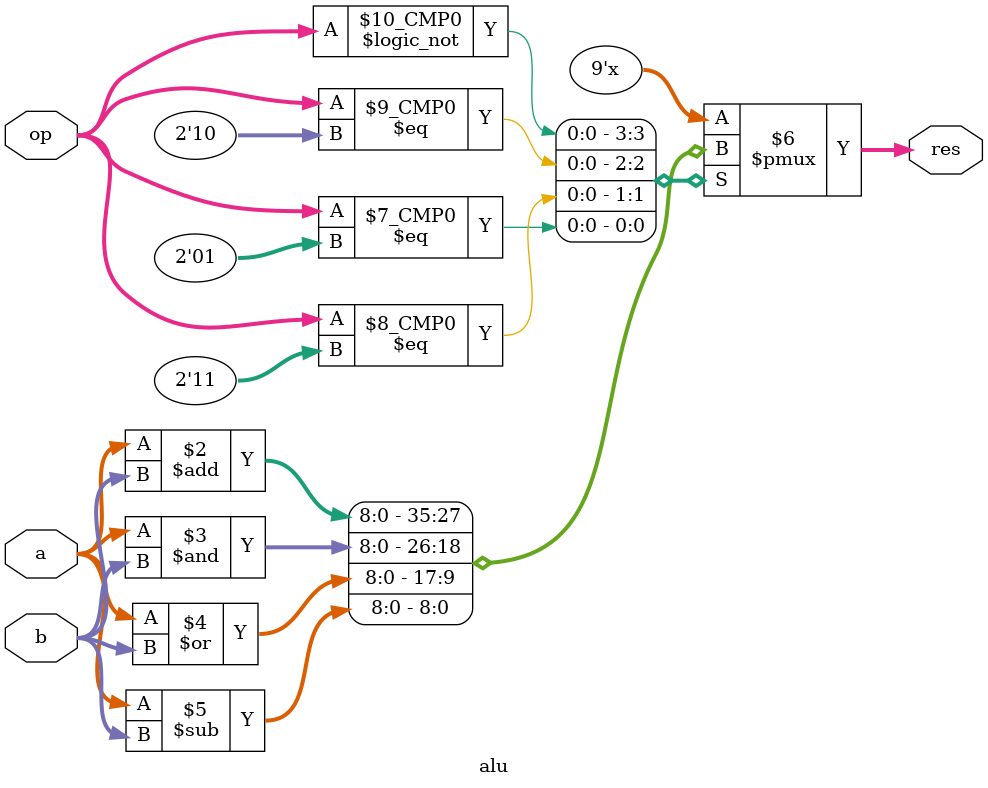
<source format=sv>
`timescale 1ns / 1ps


module alu #(parameter largo = 8) (
	input logic [largo-1:0]a,
	input logic [largo-1:0]b,
	input logic [1:0]op,
	output logic [largo:0]res
    );
    always_comb
    begin
    	case(op)
    		2'b00: begin
    			res = (a + b); //suma
    			end
    		2'b10: begin
    			res = a&b; //and
    			end
    		2'b11: begin
    			res = a|b; //or
    			end
    		2'b01: begin
    			res = (a - b); //resta
    			end
    		default: begin
    			res = 'd0;
    			end
    	endcase
    end
endmodule

</source>
